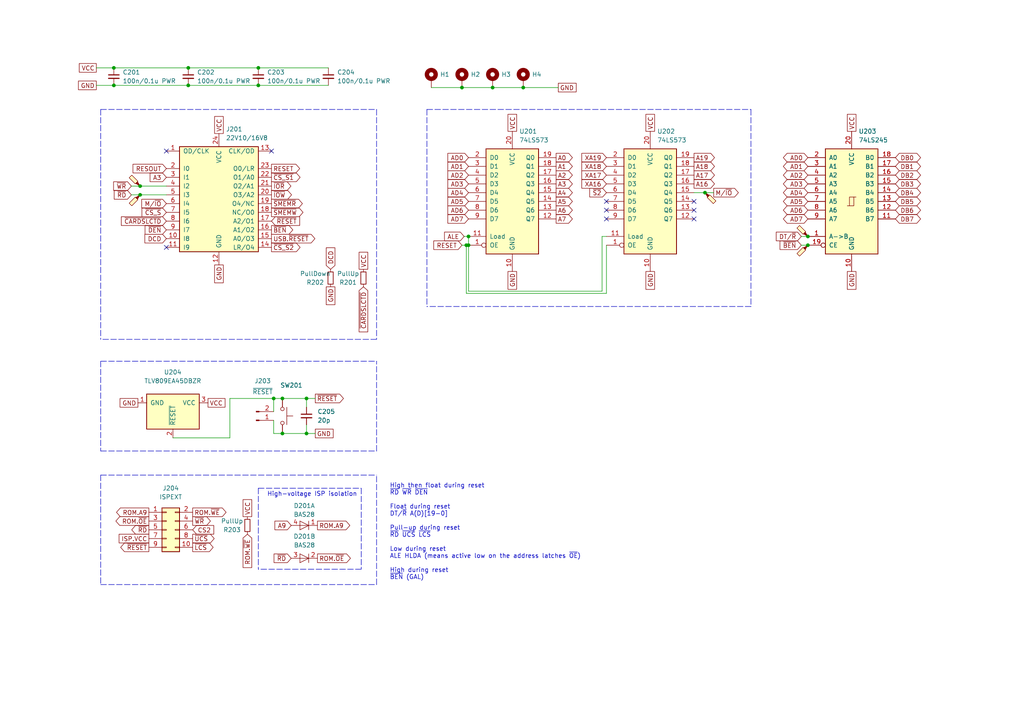
<source format=kicad_sch>
(kicad_sch (version 20211123) (generator eeschema)
  (paper "A4")
  (title_block (title "PC/104 80188 CPU Board") (date "2022-07-30") (rev "0.2") (company "Atsuko Ito"))
  (lib_symbols
    (symbol "74xx:74LS245" (pin_names (offset 1.016))
      (property "Reference" "U" (at -7.62 16.51 0))
      (property "Value" "74LS245" (at -7.62 -16.51 0))
      (symbol "74LS245_1_0"
        (polyline (pts (xy -0.635 -1.27) (xy -0.635 1.27) (xy 0.635 1.27)))
        (polyline (pts (xy -1.27 -1.27) (xy 0.635 -1.27) (xy 0.635 1.27) (xy 1.27 1.27)))
        (pin input line (at -12.7 -10.16 0) (length 5.08) (name "A->B") (number "1"))
        (pin power_in line (at 0 -20.32 90) (length 5.08) (name "GND") (number "10"))
        (pin tri_state line (at 12.7 -5.08 180) (length 5.08) (name "B7") (number "11"))
        (pin tri_state line (at 12.7 -2.54 180) (length 5.08) (name "B6") (number "12"))
        (pin tri_state line (at 12.7 0 180) (length 5.08) (name "B5") (number "13"))
        (pin tri_state line (at 12.7 2.54 180) (length 5.08) (name "B4") (number "14"))
        (pin tri_state line (at 12.7 5.08 180) (length 5.08) (name "B3") (number "15"))
        (pin tri_state line (at 12.7 7.62 180) (length 5.08) (name "B2") (number "16"))
        (pin tri_state line (at 12.7 10.16 180) (length 5.08) (name "B1") (number "17"))
        (pin tri_state line (at 12.7 12.7 180) (length 5.08) (name "B0") (number "18"))
        (pin input inverted (at -12.7 -12.7 0) (length 5.08) (name "CE") (number "19"))
        (pin tri_state line (at -12.7 12.7 0) (length 5.08) (name "A0") (number "2"))
        (pin power_in line (at 0 20.32 270) (length 5.08) (name "VCC") (number "20"))
        (pin tri_state line (at -12.7 10.16 0) (length 5.08) (name "A1") (number "3"))
        (pin tri_state line (at -12.7 7.62 0) (length 5.08) (name "A2") (number "4"))
        (pin tri_state line (at -12.7 5.08 0) (length 5.08) (name "A3") (number "5"))
        (pin tri_state line (at -12.7 2.54 0) (length 5.08) (name "A4") (number "6"))
        (pin tri_state line (at -12.7 0 0) (length 5.08) (name "A5") (number "7"))
        (pin tri_state line (at -12.7 -2.54 0) (length 5.08) (name "A6") (number "8"))
        (pin tri_state line (at -12.7 -5.08 0) (length 5.08) (name "A7") (number "9"))
      )
      (symbol "74LS245_1_1"
        (rectangle (start -7.62 15.24) (end 7.62 -15.24) (stroke (width 0.254)) (fill (type background)))
      )
    )
    (symbol "74xx:74LS573" (pin_names (offset 1.016))
      (property "Reference" "U" (at -7.62 16.51 0))
      (property "Value" "74LS573" (at -7.62 -16.51 0))
      (symbol "74LS573_1_0"
        (pin input inverted (at -12.7 -12.7 0) (length 5.08) (name "OE") (number "1"))
        (pin power_in line (at 0 -20.32 90) (length 5.08) (name "GND") (number "10"))
        (pin input line (at -12.7 -10.16 0) (length 5.08) (name "Load") (number "11"))
        (pin tri_state line (at 12.7 -5.08 180) (length 5.08) (name "Q7") (number "12"))
        (pin tri_state line (at 12.7 -2.54 180) (length 5.08) (name "Q6") (number "13"))
        (pin tri_state line (at 12.7 0 180) (length 5.08) (name "Q5") (number "14"))
        (pin tri_state line (at 12.7 2.54 180) (length 5.08) (name "Q4") (number "15"))
        (pin tri_state line (at 12.7 5.08 180) (length 5.08) (name "Q3") (number "16"))
        (pin tri_state line (at 12.7 7.62 180) (length 5.08) (name "Q2") (number "17"))
        (pin tri_state line (at 12.7 10.16 180) (length 5.08) (name "Q1") (number "18"))
        (pin tri_state line (at 12.7 12.7 180) (length 5.08) (name "Q0") (number "19"))
        (pin input line (at -12.7 12.7 0) (length 5.08) (name "D0") (number "2"))
        (pin power_in line (at 0 20.32 270) (length 5.08) (name "VCC") (number "20"))
        (pin input line (at -12.7 10.16 0) (length 5.08) (name "D1") (number "3"))
        (pin input line (at -12.7 7.62 0) (length 5.08) (name "D2") (number "4"))
        (pin input line (at -12.7 5.08 0) (length 5.08) (name "D3") (number "5"))
        (pin input line (at -12.7 2.54 0) (length 5.08) (name "D4") (number "6"))
        (pin input line (at -12.7 0 0) (length 5.08) (name "D5") (number "7"))
        (pin input line (at -12.7 -2.54 0) (length 5.08) (name "D6") (number "8"))
        (pin input line (at -12.7 -5.08 0) (length 5.08) (name "D7") (number "9"))
      )
      (symbol "74LS573_1_1"
        (rectangle (start -7.62 15.24) (end 7.62 -15.24) (stroke (width 0.254)) (fill (type background)))
      )
    )
    (symbol "Connector:Conn_01x02_Male" (pin_names (offset 1.016) hide)
      (property "Reference" "J" (at 0 2.54 0))
      (property "Value" "Conn_01x02_Male" (at 0 -5.08 0))
      (symbol "Conn_01x02_Male_1_1"
        (polyline (pts (xy 1.27 -2.54) (xy 0.8636 -2.54)) (stroke (width 0.1524)))
        (polyline (pts (xy 1.27 0) (xy 0.8636 0)) (stroke (width 0.1524)))
        (rectangle (start 0.8636 -2.413) (end 0 -2.667) (stroke (width 0.1524)) (fill (type outline)))
        (rectangle (start 0.8636 0.127) (end 0 -0.127) (stroke (width 0.1524)) (fill (type outline)))
        (pin passive line (at 5.08 0 180) (length 3.81) (name "Pin_1") (number "1"))
        (pin passive line (at 5.08 -2.54 180) (length 3.81) (name "Pin_2") (number "2"))
      )
    )
    (symbol "Connector:TestPoint_Probe" (pin_numbers hide) (pin_names (offset 0.762) hide)
      (property "Reference" "TP" (at 1.651 5.842 0))
      (property "Value" "TestPoint_Probe" (at 1.651 4.064 0))
      (symbol "TestPoint_Probe_0_1"
        (polyline (pts (xy 1.27 0.762) (xy 0 0) (xy 0.762 1.27) (xy 1.27 0.762)) (fill (type outline)))
        (polyline (pts (xy 1.397 0.635) (xy 0.635 1.397) (xy 2.413 3.175) (xy 3.175 2.413) (xy 1.397 0.635)) (fill (type background)))
      )
      (symbol "TestPoint_Probe_1_1"
        (pin passive line (at 0 0 90) (length 0) (name "1") (number "1"))
      )
    )
    (symbol "Connector_Generic:Conn_02x05_Odd_Even" (pin_names (offset 1.016) hide)
      (property "Reference" "J" (at 1.27 7.62 0))
      (property "Value" "Conn_02x05_Odd_Even" (at 1.27 -7.62 0))
      (symbol "Conn_02x05_Odd_Even_1_1"
        (rectangle (start -1.27 -4.953) (end 0 -5.207) (stroke (width 0.1524)))
        (rectangle (start -1.27 -2.413) (end 0 -2.667) (stroke (width 0.1524)))
        (rectangle (start -1.27 0.127) (end 0 -0.127) (stroke (width 0.1524)))
        (rectangle (start -1.27 2.667) (end 0 2.413) (stroke (width 0.1524)))
        (rectangle (start -1.27 5.207) (end 0 4.953) (stroke (width 0.1524)))
        (rectangle (start -1.27 6.35) (end 3.81 -6.35) (stroke (width 0.254)) (fill (type background)))
        (rectangle (start 3.81 -4.953) (end 2.54 -5.207) (stroke (width 0.1524)))
        (rectangle (start 3.81 -2.413) (end 2.54 -2.667) (stroke (width 0.1524)))
        (rectangle (start 3.81 0.127) (end 2.54 -0.127) (stroke (width 0.1524)))
        (rectangle (start 3.81 2.667) (end 2.54 2.413) (stroke (width 0.1524)))
        (rectangle (start 3.81 5.207) (end 2.54 4.953) (stroke (width 0.1524)))
        (pin passive line (at -5.08 5.08 0) (length 3.81) (name "Pin_1") (number "1"))
        (pin passive line (at 7.62 -5.08 180) (length 3.81) (name "Pin_10") (number "10"))
        (pin passive line (at 7.62 5.08 180) (length 3.81) (name "Pin_2") (number "2"))
        (pin passive line (at -5.08 2.54 0) (length 3.81) (name "Pin_3") (number "3"))
        (pin passive line (at 7.62 2.54 180) (length 3.81) (name "Pin_4") (number "4"))
        (pin passive line (at -5.08 0 0) (length 3.81) (name "Pin_5") (number "5"))
        (pin passive line (at 7.62 0 180) (length 3.81) (name "Pin_6") (number "6"))
        (pin passive line (at -5.08 -2.54 0) (length 3.81) (name "Pin_7") (number "7"))
        (pin passive line (at 7.62 -2.54 180) (length 3.81) (name "Pin_8") (number "8"))
        (pin passive line (at -5.08 -5.08 0) (length 3.81) (name "Pin_9") (number "9"))
      )
    )
    (symbol "Device:C_Small" (pin_numbers hide) (pin_names (offset 0.254) hide)
      (property "Reference" "C" (at 0.254 1.778 0))
      (property "Value" "C_Small" (at 0.254 -2.032 0))
      (symbol "C_Small_0_1"
        (polyline (pts (xy -1.524 -0.508) (xy 1.524 -0.508)) (stroke (width 0.3302)))
        (polyline (pts (xy -1.524 0.508) (xy 1.524 0.508)) (stroke (width 0.3048)))
      )
      (symbol "C_Small_1_1"
        (pin passive line (at 0 2.54 270) (length 2.032) (name "~") (number "1"))
        (pin passive line (at 0 -2.54 90) (length 2.032) (name "~") (number "2"))
      )
    )
    (symbol "Device:R_Small" (pin_numbers hide) (pin_names (offset 0.254) hide)
      (property "Reference" "R" (at 0.762 0.508 0))
      (property "Value" "R_Small" (at 0.762 -1.016 0))
      (symbol "R_Small_0_1"
        (rectangle (start -0.762 1.778) (end 0.762 -1.778) (stroke (width 0.2032)))
      )
      (symbol "R_Small_1_1"
        (pin passive line (at 0 2.54 270) (length 0.762) (name "~") (number "1"))
        (pin passive line (at 0 -2.54 90) (length 0.762) (name "~") (number "2"))
      )
    )
    (symbol "Logic_Programmable:PAL24" (pin_names (offset 1.016))
      (property "Reference" "U" (at -11.938 17.526 0))
      (property "Value" "PAL24" (at 9.906 17.526 0))
      (symbol "PAL24_0_1"
        (rectangle (start -11.43 -13.97) (end 11.43 16.51) (stroke (width 0.254)) (fill (type background)))
      )
      (symbol "PAL24_1_1"
        (pin passive line (at -15.24 15.24 0) (length 3.81) (name "OD/CLK") (number "1"))
        (pin passive line (at -15.24 -10.16 0) (length 3.81) (name "I8") (number "10"))
        (pin passive line (at -15.24 -12.7 0) (length 3.81) (name "I9") (number "11"))
        (pin passive line (at 0 -17.78 90) (length 3.81) (name "GND") (number "12"))
        (pin passive line (at 15.24 15.24 180) (length 3.81) (name "CLK/OD") (number "13"))
        (pin passive line (at 15.24 -12.7 180) (length 3.81) (name "LR/O4") (number "14"))
        (pin passive line (at 15.24 -10.16 180) (length 3.81) (name "A0/O3") (number "15"))
        (pin passive line (at 15.24 -7.62 180) (length 3.81) (name "A1/O2") (number "16"))
        (pin passive line (at 15.24 -5.08 180) (length 3.81) (name "A2/O1") (number "17"))
        (pin passive line (at 15.24 -2.54 180) (length 3.81) (name "NC/O0") (number "18"))
        (pin passive line (at 15.24 0 180) (length 3.81) (name "O4/NC") (number "19"))
        (pin passive line (at -15.24 10.16 0) (length 3.81) (name "I0") (number "2"))
        (pin passive line (at 15.24 2.54 180) (length 3.81) (name "O3/A2") (number "20"))
        (pin passive line (at 15.24 5.08 180) (length 3.81) (name "O2/A1") (number "21"))
        (pin passive line (at 15.24 7.62 180) (length 3.81) (name "O1/A0") (number "22"))
        (pin passive line (at 15.24 10.16 180) (length 3.81) (name "O0/LR") (number "23"))
        (pin passive line (at 0 20.32 270) (length 3.81) (name "VCC") (number "24"))
        (pin passive line (at -15.24 7.62 0) (length 3.81) (name "I1") (number "3"))
        (pin passive line (at -15.24 5.08 0) (length 3.81) (name "I2") (number "4"))
        (pin passive line (at -15.24 2.54 0) (length 3.81) (name "I3") (number "5"))
        (pin passive line (at -15.24 0 0) (length 3.81) (name "I4") (number "6"))
        (pin passive line (at -15.24 -2.54 0) (length 3.81) (name "I5") (number "7"))
        (pin passive line (at -15.24 -5.08 0) (length 3.81) (name "I6") (number "8"))
        (pin passive line (at -15.24 -7.62 0) (length 3.81) (name "I7") (number "9"))
      )
    )
    (symbol "Mechanical:MountingHole_Pad" (pin_numbers hide) (pin_names (offset 1.016) hide)
      (property "Reference" "H" (at 0 6.35 0))
      (property "Value" "MountingHole_Pad" (at 0 4.445 0))
      (symbol "MountingHole_Pad_0_1"
        (circle (center 0 1.27) (radius 1.27) (stroke (width 1.27)))
      )
      (symbol "MountingHole_Pad_1_1"
        (pin input line (at 0 -2.54 90) (length 2.54) (name "1") (number "1"))
      )
    )
    (symbol "Power_Supervisor:TCM809" (pin_names (offset 1.016))
      (property "Reference" "U" (at 0 8.89 0))
      (property "Value" "TCM809" (at -1.27 -8.89 0))
      (symbol "TCM809_1_1"
        (rectangle (start -5.08 7.62) (end 5.08 -7.62) (stroke (width 0.254)) (fill (type background)))
        (pin power_in line (at -2.54 -10.16 90) (length 2.54) (name "GND") (number "1"))
        (pin output line (at 7.62 0 180) (length 2.54) (name "~{RESET}") (number "2"))
        (pin power_in line (at -2.54 10.16 270) (length 2.54) (name "VCC") (number "3"))
      )
    )
    (symbol "Switch:SW_Push" (pin_numbers hide) (pin_names (offset 1.016) hide)
      (property "Reference" "SW" (at 1.27 2.54 0))
      (property "Value" "SW_Push" (at 0 -1.524 0))
      (symbol "SW_Push_0_1"
        (circle (center -2.032 0) (radius 0.508))
        (polyline (pts (xy 0 1.27) (xy 0 3.048)))
        (polyline (pts (xy 2.54 1.27) (xy -2.54 1.27)))
        (circle (center 2.032 0) (radius 0.508))
        (pin passive line (at -5.08 0 0) (length 2.54) (name "1") (number "1"))
        (pin passive line (at 5.08 0 180) (length 2.54) (name "2") (number "2"))
      )
    )
    (symbol "diode:BAS28" (pin_names (offset 1.016) hide)
      (property "Reference" "D" (at 0 2.54 0))
      (property "Value" "BAS28" (at 0 -2.54 0))
      (symbol "BAS28_0_1"
        (polyline (pts (xy -1.27 1.27) (xy -1.27 -1.27)) (stroke (width 0.1524)))
        (polyline (pts (xy 1.27 0) (xy -1.27 0)))
        (polyline (pts (xy 1.27 1.27) (xy 1.27 -1.27)))
        (polyline (pts (xy 1.27 1.27) (xy -1.27 0) (xy 1.27 -1.27)))
      )
      (symbol "BAS28_1_1"
        (pin passive line (at -3.81 0 0) (length 2.54) (name "K") (number "1"))
        (pin passive line (at 3.81 0 180) (length 2.54) (name "A") (number "4"))
      )
      (symbol "BAS28_2_1"
        (pin passive line (at -3.81 0 0) (length 2.54) (name "K") (number "2"))
        (pin passive line (at 3.81 0 180) (length 2.54) (name "A") (number "3"))
      )
    )
  )
  (junction (at 135.255 71.12))
  (junction (at 88.9 115.57))
  (junction (at 33.02 24.765))
  (junction (at 54.61 19.685))
  (junction (at 40.64 53.975))
  (junction (at 234.315 68.58))
  (junction (at 74.93 24.765))
  (junction (at 79.375 115.57))
  (junction (at 151.765 25.4))
  (junction (at 204.47 55.88))
  (junction (at 81.915 125.73))
  (junction (at 135.89 68.58))
  (junction (at 234.315 71.12))
  (junction (at 133.985 25.4))
  (junction (at 33.02 19.685))
  (junction (at 40.64 56.515))
  (junction (at 135.89 71.12))
  (junction (at 74.93 19.685))
  (junction (at 54.61 24.765))
  (junction (at 81.915 115.57))
  (junction (at 142.875 25.4))
  (junction (at 88.9 125.73))
  (no_connect (at 48.26 71.755))
  (no_connect (at 175.895 58.42))
  (no_connect (at 201.295 63.5))
  (no_connect (at 201.295 60.96))
  (no_connect (at 201.295 58.42))
  (no_connect (at 175.895 63.5))
  (no_connect (at 175.895 60.96))
  (no_connect (at 48.26 43.815))
  (no_connect (at 78.74 43.815))
  (wire (pts (xy 88.9 118.11) (xy 88.9 115.57)))
  (polyline (pts (xy 29.21 31.75) (xy 29.21 98.425)))
  (wire (pts (xy 135.255 71.12) (xy 135.89 71.12)))
  (wire (pts (xy 79.375 115.57) (xy 79.375 119.38)))
  (wire (pts (xy 88.9 125.73) (xy 81.915 125.73)))
  (wire (pts (xy 135.89 84.455) (xy 174.625 84.455)))
  (polyline (pts (xy 104.775 141.605) (xy 104.775 165.1)))
  (wire (pts (xy 174.625 84.455) (xy 174.625 68.58)))
  (wire (pts (xy 27.94 24.765) (xy 33.02 24.765)))
  (polyline (pts (xy 109.22 130.81) (xy 109.22 104.775)))
  (wire (pts (xy 27.94 19.685) (xy 33.02 19.685)))
  (polyline (pts (xy 104.775 165.1) (xy 74.93 165.1)))
  (polyline (pts (xy 109.22 31.75) (xy 109.22 98.425)))
  (wire (pts (xy 66.675 127) (xy 50.165 127)))
  (wire (pts (xy 38.1 53.975) (xy 40.64 53.975)))
  (polyline (pts (xy 123.825 31.75) (xy 123.825 88.9)))
  (polyline (pts (xy 123.825 31.75) (xy 217.805 31.75)))
  (wire (pts (xy 81.915 125.73) (xy 79.375 125.73)))
  (polyline (pts (xy 109.22 169.545) (xy 109.22 137.795)))
  (wire (pts (xy 91.44 125.73) (xy 88.9 125.73)))
  (wire (pts (xy 81.915 115.57) (xy 88.9 115.57)))
  (wire (pts (xy 232.41 68.58) (xy 234.315 68.58)))
  (wire (pts (xy 38.1 56.515) (xy 40.64 56.515)))
  (wire (pts (xy 135.255 85.09) (xy 135.255 71.12)))
  (wire (pts (xy 207.01 55.88) (xy 204.47 55.88)))
  (wire (pts (xy 54.61 24.765) (xy 74.93 24.765)))
  (wire (pts (xy 88.9 123.19) (xy 88.9 125.73)))
  (wire (pts (xy 142.875 25.4) (xy 151.765 25.4)))
  (wire (pts (xy 175.895 85.09) (xy 175.895 71.12)))
  (wire (pts (xy 66.675 115.57) (xy 79.375 115.57)))
  (polyline (pts (xy 29.21 130.81) (xy 109.22 130.81)))
  (wire (pts (xy 74.93 19.685) (xy 95.25 19.685)))
  (wire (pts (xy 133.985 25.4) (xy 142.875 25.4)))
  (wire (pts (xy 151.765 25.4) (xy 161.925 25.4)))
  (wire (pts (xy 54.61 19.685) (xy 74.93 19.685)))
  (polyline (pts (xy 29.21 137.795) (xy 109.22 137.795)))
  (wire (pts (xy 66.675 115.57) (xy 66.675 127)))
  (wire (pts (xy 174.625 68.58) (xy 175.895 68.58)))
  (polyline (pts (xy 29.21 137.795) (xy 29.21 169.545)))
  (polyline (pts (xy 74.93 141.605) (xy 74.93 165.1)))
  (polyline (pts (xy 29.21 104.775) (xy 29.21 130.81)))
  (wire (pts (xy 40.64 56.515) (xy 48.26 56.515)))
  (wire (pts (xy 125.095 25.4) (xy 133.985 25.4)))
  (wire (pts (xy 134.62 68.58) (xy 135.89 68.58)))
  (wire (pts (xy 79.375 125.73) (xy 79.375 121.92)))
  (wire (pts (xy 40.64 53.975) (xy 48.26 53.975)))
  (wire (pts (xy 133.985 71.12) (xy 135.255 71.12)))
  (wire (pts (xy 74.93 24.765) (xy 95.25 24.765)))
  (polyline (pts (xy 29.21 169.545) (xy 109.22 169.545)))
  (polyline (pts (xy 217.805 31.75) (xy 217.805 88.9)))
  (wire (pts (xy 232.41 71.12) (xy 234.315 71.12)))
  (wire (pts (xy 201.295 55.88) (xy 204.47 55.88)))
  (polyline (pts (xy 74.93 141.605) (xy 104.775 141.605)))
  (polyline (pts (xy 217.805 88.9) (xy 123.825 88.9)))
  (wire (pts (xy 33.02 19.685) (xy 54.61 19.685)))
  (wire (pts (xy 135.89 71.12) (xy 135.89 84.455)))
  (wire (pts (xy 79.375 115.57) (xy 81.915 115.57)))
  (wire (pts (xy 135.89 68.58) (xy 135.89 71.12)))
  (polyline (pts (xy 109.22 98.425) (xy 29.21 98.425)))
  (polyline (pts (xy 29.21 104.775) (xy 109.22 104.775)))
  (polyline (pts (xy 29.21 31.75) (xy 109.22 31.75)))
  (wire (pts (xy 88.9 115.57) (xy 91.44 115.57)))
  (wire (pts (xy 135.255 85.09) (xy 175.895 85.09)))
  (wire (pts (xy 33.02 24.765) (xy 54.61 24.765)))
  (text "High then float during reset\n~{RD} ~{WR} ~{DEN}\n\nFloat during reset\nDT/~{R} A(D)[19-0]\n\nPull-up during reset\n~{RD} ~{UCS} ~{LCS}\n\nLow during reset\nALE HLDA (means active low on the address latches ~{OE})\n\nHigh during reset\n~{BEN} (GAL)" (at 113.03 168.275 0) (effects (font (size 1.27 1.27)) (justify left bottom)))
  (text "High-voltage ISP isolation" (at 77.47 144.145 0) (effects (font (size 1.27 1.27)) (justify left bottom)))
  (global_label "~{DEN}" (shape input) (at 48.26 66.675 180) (property "Intersheet References" "${INTERSHEET_REFS}" (effects hide)))
  (global_label "ROM.~{WE}" (shape input) (at 71.755 154.94 270) (property "Intersheet References" "${INTERSHEET_REFS}" (effects hide)))
  (global_label "ROM.~{WE}" (shape output) (at 55.88 148.59 0) (property "Intersheet References" "${INTERSHEET_REFS}" (effects hide)))
  (global_label "A4" (shape output) (at 161.29 55.88 0) (property "Intersheet References" "${INTERSHEET_REFS}" (effects hide)))
  (global_label "~{LCS}" (shape output) (at 55.88 158.75 0) (property "Intersheet References" "${INTERSHEET_REFS}" (effects hide)))
  (global_label "AD2" (shape bidirectional) (at 234.315 50.8 180) (property "Intersheet References" "${INTERSHEET_REFS}" (effects hide)))
  (global_label "A16" (shape output) (at 201.295 53.34 0) (property "Intersheet References" "${INTERSHEET_REFS}" (effects hide)))
  (global_label "A6" (shape output) (at 161.29 60.96 0) (property "Intersheet References" "${INTERSHEET_REFS}" (effects hide)))
  (global_label "~{RESET}" (shape output) (at 91.44 115.57 0) (property "Intersheet References" "${INTERSHEET_REFS}" (effects hide)))
  (global_label "AD1" (shape input) (at 135.89 48.26 180) (property "Intersheet References" "${INTERSHEET_REFS}" (effects hide)))
  (global_label "VCC" (shape passive) (at 105.41 78.105 90) (property "Intersheet References" "${INTERSHEET_REFS}" (effects hide)))
  (global_label "AD6" (shape input) (at 135.89 60.96 180) (property "Intersheet References" "${INTERSHEET_REFS}" (effects hide)))
  (global_label "GND" (shape passive) (at 188.595 78.74 270) (property "Intersheet References" "${INTERSHEET_REFS}" (effects hide)))
  (global_label "AD4" (shape input) (at 135.89 55.88 180) (property "Intersheet References" "${INTERSHEET_REFS}" (effects hide)))
  (global_label "~{RD}" (shape output) (at 43.18 153.67 180) (property "Intersheet References" "${INTERSHEET_REFS}" (effects hide)))
  (global_label "DB1" (shape bidirectional) (at 259.715 48.26 0) (property "Intersheet References" "${INTERSHEET_REFS}" (effects hide)))
  (global_label "AD2" (shape input) (at 135.89 50.8 180) (property "Intersheet References" "${INTERSHEET_REFS}" (effects hide)))
  (global_label "A17" (shape output) (at 201.295 50.8 0) (property "Intersheet References" "${INTERSHEET_REFS}" (effects hide)))
  (global_label "DB6" (shape bidirectional) (at 259.715 60.96 0) (property "Intersheet References" "${INTERSHEET_REFS}" (effects hide)))
  (global_label "VCC" (shape passive) (at 71.755 149.86 90) (property "Intersheet References" "${INTERSHEET_REFS}" (effects hide)))
  (global_label "XA17" (shape input) (at 175.895 50.8 180) (property "Intersheet References" "${INTERSHEET_REFS}" (effects hide)))
  (global_label "~{BEN}" (shape input) (at 232.41 71.12 180) (property "Intersheet References" "${INTERSHEET_REFS}" (effects hide)))
  (global_label "DB4" (shape bidirectional) (at 259.715 55.88 0) (property "Intersheet References" "${INTERSHEET_REFS}" (effects hide)))
  (global_label "GND" (shape passive) (at 91.44 125.73 0) (property "Intersheet References" "${INTERSHEET_REFS}" (effects hide)))
  (global_label "CS2" (shape input) (at 55.88 153.67 0) (property "Intersheet References" "${INTERSHEET_REFS}" (effects hide)))
  (global_label "~{BEN}" (shape output) (at 78.74 66.675 0) (property "Intersheet References" "${INTERSHEET_REFS}" (effects hide)))
  (global_label "AD5" (shape input) (at 135.89 58.42 180) (property "Intersheet References" "${INTERSHEET_REFS}" (effects hide)))
  (global_label "VCC" (shape passive) (at 247.015 38.1 90) (property "Intersheet References" "${INTERSHEET_REFS}" (effects hide)))
  (global_label "AD0" (shape bidirectional) (at 234.315 45.72 180) (property "Intersheet References" "${INTERSHEET_REFS}" (effects hide)))
  (global_label "AD4" (shape bidirectional) (at 234.315 55.88 180) (property "Intersheet References" "${INTERSHEET_REFS}" (effects hide)))
  (global_label "DCD" (shape input) (at 48.26 69.215 180) (property "Intersheet References" "${INTERSHEET_REFS}" (effects hide)))
  (global_label "~{CS_S1}" (shape output) (at 78.74 51.435 0) (property "Intersheet References" "${INTERSHEET_REFS}" (effects hide)))
  (global_label "XA18" (shape input) (at 175.895 48.26 180) (property "Intersheet References" "${INTERSHEET_REFS}" (effects hide)))
  (global_label "VCC" (shape passive) (at 63.5 38.735 90) (property "Intersheet References" "${INTERSHEET_REFS}" (effects hide)))
  (global_label "ROM.~{OE}" (shape output) (at 92.075 161.925 0) (property "Intersheet References" "${INTERSHEET_REFS}" (effects hide)))
  (global_label "M{slash}~{IO}" (shape input) (at 48.26 59.055 180) (property "Intersheet References" "${INTERSHEET_REFS}" (effects hide)))
  (global_label "~{RD}" (shape input) (at 38.1 56.515 180) (property "Intersheet References" "${INTERSHEET_REFS}" (effects hide)))
  (global_label "ISP.VCC" (shape passive) (at 43.18 156.21 180) (property "Intersheet References" "${INTERSHEET_REFS}" (effects hide)))
  (global_label "A1" (shape output) (at 161.29 48.26 0) (property "Intersheet References" "${INTERSHEET_REFS}" (effects hide)))
  (global_label "DB2" (shape bidirectional) (at 259.715 50.8 0) (property "Intersheet References" "${INTERSHEET_REFS}" (effects hide)))
  (global_label "XA16" (shape input) (at 175.895 53.34 180) (property "Intersheet References" "${INTERSHEET_REFS}" (effects hide)))
  (global_label "DCD" (shape input) (at 95.885 78.105 90) (property "Intersheet References" "${INTERSHEET_REFS}" (effects hide)))
  (global_label "~{WR}" (shape input) (at 38.1 53.975 180) (property "Intersheet References" "${INTERSHEET_REFS}" (effects hide)))
  (global_label "A3" (shape output) (at 161.29 53.34 0) (property "Intersheet References" "${INTERSHEET_REFS}" (effects hide)))
  (global_label "AD3" (shape bidirectional) (at 234.315 53.34 180) (property "Intersheet References" "${INTERSHEET_REFS}" (effects hide)))
  (global_label "XA19" (shape input) (at 175.895 45.72 180) (property "Intersheet References" "${INTERSHEET_REFS}" (effects hide)))
  (global_label "VCC" (shape passive) (at 188.595 38.1 90) (property "Intersheet References" "${INTERSHEET_REFS}" (effects hide)))
  (global_label "~{CS_S}" (shape input) (at 48.26 61.595 180) (property "Intersheet References" "${INTERSHEET_REFS}" (effects hide)))
  (global_label "ROM.A9" (shape output) (at 92.075 152.4 0) (property "Intersheet References" "${INTERSHEET_REFS}" (effects hide)))
  (global_label "~{IOR}" (shape output) (at 78.74 53.975 0) (property "Intersheet References" "${INTERSHEET_REFS}" (effects hide)))
  (global_label "A18" (shape output) (at 201.295 48.26 0) (property "Intersheet References" "${INTERSHEET_REFS}" (effects hide)))
  (global_label "GND" (shape passive) (at 40.005 116.84 180) (property "Intersheet References" "${INTERSHEET_REFS}" (effects hide)))
  (global_label "~{SMEMR}" (shape output) (at 78.74 59.055 0) (property "Intersheet References" "${INTERSHEET_REFS}" (effects hide)))
  (global_label "VCC" (shape passive) (at 27.94 19.685 180) (property "Intersheet References" "${INTERSHEET_REFS}" (effects hide)))
  (global_label "ALE" (shape input) (at 134.62 68.58 180) (property "Intersheet References" "${INTERSHEET_REFS}" (effects hide)))
  (global_label "~{WR}" (shape output) (at 55.88 151.13 0) (property "Intersheet References" "${INTERSHEET_REFS}" (effects hide)))
  (global_label "A9" (shape input) (at 84.455 152.4 180) (property "Intersheet References" "${INTERSHEET_REFS}" (effects hide)))
  (global_label "A19" (shape output) (at 201.295 45.72 0) (property "Intersheet References" "${INTERSHEET_REFS}" (effects hide)))
  (global_label "~{S2}" (shape input) (at 175.895 55.88 180) (property "Intersheet References" "${INTERSHEET_REFS}" (effects hide)))
  (global_label "AD7" (shape input) (at 135.89 63.5 180) (property "Intersheet References" "${INTERSHEET_REFS}" (effects hide)))
  (global_label "~{RESET}" (shape input) (at 78.74 64.135 0) (property "Intersheet References" "${INTERSHEET_REFS}" (effects hide)))
  (global_label "DB7" (shape bidirectional) (at 259.715 63.5 0) (property "Intersheet References" "${INTERSHEET_REFS}" (effects hide)))
  (global_label "AD6" (shape bidirectional) (at 234.315 60.96 180) (property "Intersheet References" "${INTERSHEET_REFS}" (effects hide)))
  (global_label "ROM.A9" (shape output) (at 43.18 148.59 180) (property "Intersheet References" "${INTERSHEET_REFS}" (effects hide)))
  (global_label "DB5" (shape bidirectional) (at 259.715 58.42 0) (property "Intersheet References" "${INTERSHEET_REFS}" (effects hide)))
  (global_label "RESET" (shape output) (at 78.74 48.895 0) (property "Intersheet References" "${INTERSHEET_REFS}" (effects hide)))
  (global_label "DB3" (shape bidirectional) (at 259.715 53.34 0) (property "Intersheet References" "${INTERSHEET_REFS}" (effects hide)))
  (global_label "A3" (shape input) (at 48.26 51.435 180) (property "Intersheet References" "${INTERSHEET_REFS}" (effects hide)))
  (global_label "AD7" (shape bidirectional) (at 234.315 63.5 180) (property "Intersheet References" "${INTERSHEET_REFS}" (effects hide)))
  (global_label "AD1" (shape bidirectional) (at 234.315 48.26 180) (property "Intersheet References" "${INTERSHEET_REFS}" (effects hide)))
  (global_label "~{RESET}" (shape output) (at 43.18 158.75 180) (property "Intersheet References" "${INTERSHEET_REFS}" (effects hide)))
  (global_label "VCC" (shape passive) (at 60.325 116.84 0) (property "Intersheet References" "${INTERSHEET_REFS}" (effects hide)))
  (global_label "DT{slash}~{R}" (shape input) (at 232.41 68.58 180) (property "Intersheet References" "${INTERSHEET_REFS}" (effects hide)))
  (global_label "~{CARDSLCTD}" (shape input) (at 48.26 64.135 180) (property "Intersheet References" "${INTERSHEET_REFS}" (effects hide)))
  (global_label "~{SMEMW}" (shape output) (at 78.74 61.595 0) (property "Intersheet References" "${INTERSHEET_REFS}" (effects hide)))
  (global_label "AD0" (shape input) (at 135.89 45.72 180) (property "Intersheet References" "${INTERSHEET_REFS}" (effects hide)))
  (global_label "~{IOW}" (shape output) (at 78.74 56.515 0) (property "Intersheet References" "${INTERSHEET_REFS}" (effects hide)))
  (global_label "GND" (shape passive) (at 63.5 76.835 270) (property "Intersheet References" "${INTERSHEET_REFS}" (effects hide)))
  (global_label "~{CS_S2}" (shape output) (at 78.74 71.755 0) (property "Intersheet References" "${INTERSHEET_REFS}" (effects hide)))
  (global_label "~{RD}" (shape input) (at 84.455 161.925 180) (property "Intersheet References" "${INTERSHEET_REFS}" (effects hide)))
  (global_label "GND" (shape passive) (at 161.925 25.4 0) (property "Intersheet References" "${INTERSHEET_REFS}" (effects hide)))
  (global_label "A7" (shape output) (at 161.29 63.5 0) (property "Intersheet References" "${INTERSHEET_REFS}" (effects hide)))
  (global_label "GND" (shape passive) (at 95.885 83.185 270) (property "Intersheet References" "${INTERSHEET_REFS}" (effects hide)))
  (global_label "M{slash}~{IO}" (shape output) (at 207.01 55.88 0) (property "Intersheet References" "${INTERSHEET_REFS}" (effects hide)))
  (global_label "AD3" (shape input) (at 135.89 53.34 180) (property "Intersheet References" "${INTERSHEET_REFS}" (effects hide)))
  (global_label "A2" (shape output) (at 161.29 50.8 0) (property "Intersheet References" "${INTERSHEET_REFS}" (effects hide)))
  (global_label "GND" (shape passive) (at 27.94 24.765 180) (property "Intersheet References" "${INTERSHEET_REFS}" (effects hide)))
  (global_label "~{CARDSLCTD}" (shape input) (at 105.41 83.185 270) (property "Intersheet References" "${INTERSHEET_REFS}" (effects hide)))
  (global_label "VCC" (shape passive) (at 148.59 38.1 90) (property "Intersheet References" "${INTERSHEET_REFS}" (effects hide)))
  (global_label "~{UCS}" (shape output) (at 55.88 156.21 0) (property "Intersheet References" "${INTERSHEET_REFS}" (effects hide)))
  (global_label "DB0" (shape bidirectional) (at 259.715 45.72 0) (property "Intersheet References" "${INTERSHEET_REFS}" (effects hide)))
  (global_label "A5" (shape output) (at 161.29 58.42 0) (property "Intersheet References" "${INTERSHEET_REFS}" (effects hide)))
  (global_label "RESET" (shape input) (at 133.985 71.12 180) (property "Intersheet References" "${INTERSHEET_REFS}" (effects hide)))
  (global_label "A0" (shape output) (at 161.29 45.72 0) (property "Intersheet References" "${INTERSHEET_REFS}" (effects hide)))
  (global_label "ROM.~{OE}" (shape output) (at 43.18 151.13 180) (property "Intersheet References" "${INTERSHEET_REFS}" (effects hide)))
  (global_label "GND" (shape passive) (at 247.015 78.74 270) (property "Intersheet References" "${INTERSHEET_REFS}" (effects hide)))
  (global_label "RESOUT" (shape input) (at 48.26 48.895 180) (property "Intersheet References" "${INTERSHEET_REFS}" (effects hide)))
  (global_label "USB.~{RESET}" (shape output) (at 78.74 69.215 0) (property "Intersheet References" "${INTERSHEET_REFS}" (effects hide)))
  (global_label "GND" (shape passive) (at 148.59 78.74 270) (property "Intersheet References" "${INTERSHEET_REFS}" (effects hide)))
  (global_label "AD5" (shape bidirectional) (at 234.315 58.42 180) (property "Intersheet References" "${INTERSHEET_REFS}" (effects hide)))
  (symbol (lib_id "Device:C_Small") (at 54.61 22.225 0) (unit 1)
    (property "Reference" "C202" (at 57.15 20.9612 0) (effects (justify left)))
    (property "Value" "100n/0.1u PWR" (at 57.15 23.5012 0) (effects (justify left)))
    (property "Footprint" "Capacitor_SMD:C_1206_3216Metric_Pad1.33x1.80mm_HandSolder" (effects hide))
    (property "Mouser Part Number" "80-C1206X104G4HACTU" (effects hide))
  )
  (symbol (lib_id "diode:BAS28") (at 88.265 161.925 0) (mirror y) (unit 2)
    (property "Reference" "D201" (at 88.3031 155.575 0))
    (property "Value" "BAS28" (at 88.3031 158.115 0))
    (property "Footprint" "Package_TO_SOT_SMD:SOT-143_Handsoldering" (effects hide))
  )
  (symbol (lib_id "74xx:74LS573") (at 148.59 58.42 0) (unit 1)
    (property "Reference" "U201" (at 150.6094 38.1 0) (effects (justify left)))
    (property "Value" "74LS573" (at 150.6094 40.64 0) (effects (justify left)))
    (property "Footprint" "Package_SO:SOIC-20W_7.5x12.8mm_P1.27mm" (effects hide))
    (property "Datasheet" "74xx/74hc573.pdf" (effects hide))
    (property "Manufacturer_Part_Number" "74VHCT573AFT" (effects hide))
    (property "RS Part Number" "171-3540" (effects hide))
  )
  (symbol (lib_id "Device:R_Small") (at 71.755 152.4 180) (unit 1)
    (property "Reference" "R203" (at 67.31 153.67 0))
    (property "Value" "PullUp" (at 67.31 151.13 0))
    (property "Footprint" "Resistor_SMD:R_1206_3216Metric_Pad1.30x1.75mm_HandSolder" (effects hide))
    (property "Description" "1206 SMD 20 Kohms" (effects hide))
    (property "Mouser Part Number" "71-RCC120620K0FKEA" (effects hide))
  )
  (symbol (lib_id "Connector:TestPoint_Probe") (at 234.315 68.58 90) (unit 1) (in_bom no)
    (property "Reference" "TP202" (effects hide))
    (property "Value" "DT/~{R}" (effects hide))
    (property "Footprint" "TestPoint:TestPoint_Pad_1.0x1.0mm" (effects hide))
  )
  (symbol (lib_id "diode:BAS28") (at 88.265 152.4 0) (mirror y) (unit 1)
    (property "Reference" "D201" (at 88.265 146.685 0))
    (property "Value" "BAS28" (at 88.265 149.225 0))
    (property "Footprint" "Package_TO_SOT_SMD:SOT-143_Handsoldering" (effects hide))
  )
  (symbol (lib_id "Device:R_Small") (at 105.41 80.645 180) (unit 1)
    (property "Reference" "R201" (at 100.965 81.915 0))
    (property "Value" "PullUp" (at 100.965 79.375 0))
    (property "Footprint" "Resistor_SMD:R_1206_3216Metric_Pad1.30x1.75mm_HandSolder" (effects hide))
    (property "Description" "1206 SMD 20 Kohms" (effects hide))
    (property "Mouser Part Number" "71-RCC120620K0FKEA" (effects hide))
  )
  (symbol (lib_id "Device:C_Small") (at 33.02 22.225 0) (unit 1)
    (property "Reference" "C201" (at 35.56 20.9612 0) (effects (justify left)))
    (property "Value" "100n/0.1u PWR" (at 35.56 23.5012 0) (effects (justify left)))
    (property "Footprint" "Capacitor_SMD:C_1206_3216Metric_Pad1.33x1.80mm_HandSolder" (effects hide))
    (property "Mouser Part Number" "80-C1206X104G4HACTU" (effects hide))
  )
  (symbol (lib_id "Connector:TestPoint_Probe") (at 40.64 53.975 90) (unit 1) (in_bom no)
    (property "Reference" "TP204" (effects hide))
    (property "Value" "~{WR}" (effects hide))
    (property "Footprint" "TestPoint:TestPoint_Pad_1.0x1.0mm" (effects hide))
  )
  (symbol (lib_id "Power_Supervisor:TCM809") (at 50.165 119.38 270) (unit 1)
    (property "Reference" "U204" (at 52.705 107.95 90) (effects (justify right)))
    (property "Value" "TLV809EA45DBZR" (at 58.42 110.49 90) (effects (justify right)))
    (property "Footprint" "Package_TO_SOT_SMD:SOT-23" (effects hide))
    (property "Datasheet" "https://www.ti.com/lit/ds/symlink/tlv809e.pdf" (effects hide))
  )
  (symbol (lib_id "74xx:74LS573") (at 188.595 58.42 0) (unit 1)
    (property "Reference" "U202" (at 190.6144 38.1 0) (effects (justify left)))
    (property "Value" "74LS573" (at 190.6144 40.64 0) (effects (justify left)))
    (property "Footprint" "Package_SO:SOIC-20W_7.5x12.8mm_P1.27mm" (effects hide))
    (property "Datasheet" "74xx/74hc573.pdf" (effects hide))
    (property "Manufacturer_Part_Number" "74VHCT573AFT" (effects hide))
    (property "RS Part Number" "171-3540" (effects hide))
  )
  (symbol (lib_id "Connector:TestPoint_Probe") (at 204.47 55.88 270) (unit 1) (in_bom no)
    (property "Reference" "TP201" (effects hide))
    (property "Value" "M/~{IO}" (effects hide))
    (property "Footprint" "TestPoint:TestPoint_Pad_1.0x1.0mm" (effects hide))
  )
  (symbol (lib_id "Device:C_Small") (at 74.93 22.225 0) (unit 1)
    (property "Reference" "C203" (at 77.47 20.9612 0) (effects (justify left)))
    (property "Value" "100n/0.1u PWR" (at 77.47 23.5012 0) (effects (justify left)))
    (property "Footprint" "Capacitor_SMD:C_1206_3216Metric_Pad1.33x1.80mm_HandSolder" (effects hide))
    (property "Mouser Part Number" "80-C1206X104G4HACTU" (effects hide))
  )
  (symbol (lib_id "Connector:TestPoint_Probe") (at 234.315 71.12 180) (unit 1) (in_bom no)
    (property "Reference" "TP203" (effects hide))
    (property "Value" "~{BEN}" (effects hide))
    (property "Footprint" "TestPoint:TestPoint_Pad_1.0x1.0mm" (effects hide))
  )
  (symbol (lib_id "Device:C_Small") (at 88.9 120.65 0) (unit 1)
    (property "Reference" "C205" (at 92.075 119.38 0) (effects (justify left)))
    (property "Value" "20p" (at 92.075 121.92 0) (effects (justify left)))
    (property "Footprint" "Capacitor_SMD:C_0805_2012Metric_Pad1.18x1.45mm_HandSolder" (effects hide))
    (property "Manufacturer_Part_Number" "C0805C220J1GACTU" (effects hide))
  )
  (symbol (lib_id "Switch:SW_Push") (at 81.915 120.65 270) (unit 1)
    (property "Reference" "SW201" (at 81.28 111.76 90) (effects (justify left)))
    (property "Value" "RESET" (effects hide))
    (property "Footprint" "Button_Switch_SMD:SW_SPST_EVQP7A" (effects hide))
    (property "Datasheet" "https://www.mouser.co.uk/datasheet/2/315/sw_lt_eng_3529s_side-1289027.pdf" (effects hide))
    (property "Manufacturer_Part_Number" "EVQ-P7J01P" (effects hide))
    (property "Mouser Part Number" "667-EVQP7J01P" (effects hide))
  )
  (symbol (lib_id "Mechanical:MountingHole_Pad") (at 125.095 22.86 0) (unit 1)
    (property "Reference" "H1" (at 127.635 21.5899 0) (effects (justify left)))
    (property "Value" "MountingHole_2.7mm_M2.5_Pad_Via" (effects hide))
  )
  (symbol (lib_id "Mechanical:MountingHole_Pad") (at 133.985 22.86 0) (unit 1)
    (property "Reference" "H2" (at 136.525 21.5899 0) (effects (justify left)))
    (property "Value" "MountingHole_2.7mm_M2.5_Pad_Via" (effects hide))
  )
  (symbol (lib_id "Connector_Generic:Conn_02x05_Odd_Even") (at 48.26 153.67 0) (unit 1)
    (property "Reference" "J204" (at 49.53 141.605 0))
    (property "Value" "ISPEXT" (at 49.53 144.145 0))
    (property "Footprint" "Connector_PinHeader_1.27mm:PinHeader_2x05_P1.27mm_Vertical" (effects hide))
  )
  (symbol (lib_id "Mechanical:MountingHole_Pad") (at 142.875 22.86 0) (unit 1)
    (property "Reference" "H3" (at 145.415 21.5899 0) (effects (justify left)))
    (property "Value" "MountingHole_2.7mm_M2.5_Pad_Via" (effects hide))
  )
  (symbol (lib_id "Connector:Conn_01x02_Male") (at 74.295 121.92 0) (mirror x) (unit 1) (in_bom no)
    (property "Reference" "J203" (at 76.2 110.49 0))
    (property "Value" "~{RESET}" (at 76.2 113.665 0))
    (property "Footprint" "Connector_PinHeader_2.54mm:PinHeader_1x02_P2.54mm_Vertical" (effects hide))
  )
  (symbol (lib_id "Connector:TestPoint_Probe") (at 40.64 56.515 180) (unit 1) (in_bom no)
    (property "Reference" "TP205" (effects hide))
    (property "Value" "~{RD}" (effects hide))
    (property "Footprint" "TestPoint:TestPoint_Pad_1.0x1.0mm" (effects hide))
  )
  (symbol (lib_id "Device:R_Small") (at 95.885 80.645 180) (unit 1)
    (property "Reference" "R202" (at 91.44 81.915 0))
    (property "Value" "PullDown" (at 91.44 79.375 0))
    (property "Footprint" "Resistor_SMD:R_1206_3216Metric_Pad1.30x1.75mm_HandSolder" (effects hide))
    (property "Description" "1206 SMD 20 Kohms" (effects hide))
    (property "Mouser Part Number" "71-RCC120620K0FKEA" (effects hide))
  )
  (symbol (lib_id "Mechanical:MountingHole_Pad") (at 151.765 22.86 0) (unit 1)
    (property "Reference" "H4" (at 154.305 21.5899 0) (effects (justify left)))
    (property "Value" "MountingHole_2.7mm_M2.5_Pad_Via" (effects hide))
  )
  (symbol (lib_id "Device:C_Small") (at 95.25 22.225 0) (unit 1)
    (property "Reference" "C204" (at 97.79 20.9612 0) (effects (justify left)))
    (property "Value" "100n/0.1u PWR" (at 97.79 23.5012 0) (effects (justify left)))
    (property "Footprint" "Capacitor_SMD:C_1206_3216Metric_Pad1.33x1.80mm_HandSolder" (effects hide))
    (property "Mouser Part Number" "80-C1206X104G4HACTU" (effects hide))
  )
  (symbol (lib_id "Logic_Programmable:PAL24") (at 63.5 59.055 0) (unit 1)
    (property "Reference" "J201" (at 65.5194 37.465 0) (effects (justify left)))
    (property "Value" "22V10/16V8" (at 65.5194 40.005 0) (effects (justify left)))
    (property "Footprint" "Package_SO:SOIC-24W_7.5x15.4mm_P1.27mm" (effects hide))
  )
  (symbol (lib_id "74xx:74LS245") (at 247.015 58.42 0) (unit 1)
    (property "Reference" "U203" (at 249.0344 38.1 0) (effects (justify left)))
    (property "Value" "74LS245" (at 249.0344 40.64 0) (effects (justify left)))
    (property "Footprint" "Package_SO:SOIC-20W_7.5x12.8mm_P1.27mm" (effects hide))
    (property "Datasheet" "https://www.mouser.co.uk/datasheet/2/308/1/MC74HCT245A_D-2315802.pdf" (effects hide))
    (property "Manufacturer_Name" "Texas Instruments" (effects hide))
    (property "Manufacturer_Part_Number" "MC74HCT245ADWG" (effects hide))
    (property "Mouser Part Number" "863-MC74HCT245ADWG" (effects hide))
  )
)
</source>
